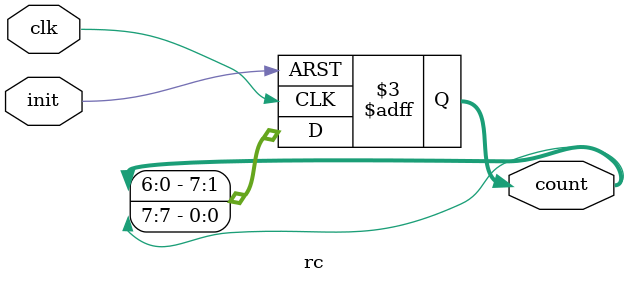
<source format=v>
module rc (clk, init, count);

	input clk, init;
	output [7:0] count;
	
	reg [7:0] count;

	always @(posedge init or posedge clk)
		if (init)
			count = 8'b10000000;
		else 
			begin 
				count <= count << 1;
				count [0] <= count [7]; 
			end
			
endmodule
</source>
